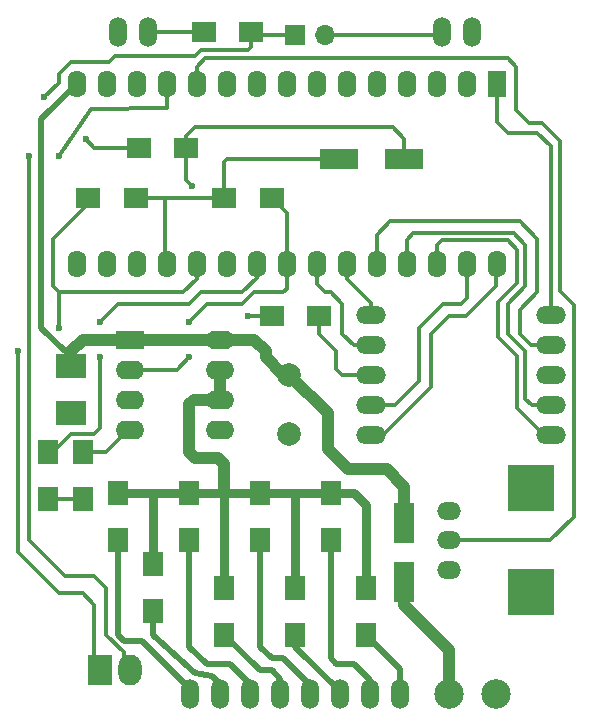
<source format=gbr>
G04 #@! TF.FileFunction,Copper,L1,Top,Signal*
%FSLAX46Y46*%
G04 Gerber Fmt 4.6, Leading zero omitted, Abs format (unit mm)*
G04 Created by KiCad (PCBNEW 4.0.4-stable) date 06/09/17 11:44:03*
%MOMM*%
%LPD*%
G01*
G04 APERTURE LIST*
%ADD10C,0.100000*%
%ADD11R,3.300000X1.700000*%
%ADD12C,2.000000*%
%ADD13O,2.524000X1.524000*%
%ADD14R,2.000000X2.600000*%
%ADD15O,2.000000X2.600000*%
%ADD16R,2.400000X1.600000*%
%ADD17O,2.400000X1.600000*%
%ADD18O,1.520000X2.520000*%
%ADD19O,2.000000X1.524000*%
%ADD20R,4.000000X4.000000*%
%ADD21R,2.000000X1.700000*%
%ADD22R,1.700000X2.000000*%
%ADD23R,1.574800X2.286000*%
%ADD24O,1.574800X2.286000*%
%ADD25C,2.499360*%
%ADD26R,2.500000X2.000000*%
%ADD27R,1.800000X3.500000*%
%ADD28R,1.700000X1.700000*%
%ADD29O,1.700000X1.700000*%
%ADD30C,0.600000*%
%ADD31C,1.000000*%
%ADD32C,0.500000*%
%ADD33C,0.350000*%
%ADD34C,0.750000*%
G04 APERTURE END LIST*
D10*
D11*
X104250000Y-82750000D03*
X98750000Y-82750000D03*
D12*
X94500000Y-101000000D03*
X94500000Y-106000000D03*
D13*
X116620000Y-106080000D03*
X116620000Y-103540000D03*
X116620000Y-101000000D03*
X116620000Y-98460000D03*
X116620000Y-95920000D03*
X101380000Y-95920000D03*
X101380000Y-98460000D03*
X101380000Y-101000000D03*
X101380000Y-103540000D03*
X101380000Y-106080000D03*
D14*
X78500000Y-126000000D03*
D15*
X81040000Y-126000000D03*
D16*
X81000000Y-98000000D03*
D17*
X88620000Y-105620000D03*
X81000000Y-100540000D03*
X88620000Y-103080000D03*
X81000000Y-103080000D03*
X88620000Y-100540000D03*
X81000000Y-105620000D03*
X88620000Y-98000000D03*
D18*
X80000000Y-72000000D03*
X82540000Y-72000000D03*
X110000000Y-72000000D03*
X107460000Y-72000000D03*
D19*
X108000000Y-112500000D03*
X108000000Y-115000000D03*
X108000000Y-117500000D03*
D20*
X115000000Y-119400000D03*
X115000000Y-110600000D03*
D21*
X89000000Y-86000000D03*
X93000000Y-86000000D03*
D22*
X80000000Y-115000000D03*
X80000000Y-111000000D03*
X83000000Y-121000000D03*
X83000000Y-117000000D03*
X86000000Y-115000000D03*
X86000000Y-111000000D03*
X89000000Y-123000000D03*
X89000000Y-119000000D03*
X92000000Y-115000000D03*
X92000000Y-111000000D03*
X95000000Y-123000000D03*
X95000000Y-119000000D03*
X98000000Y-115000000D03*
X98000000Y-111000000D03*
X101000000Y-123000000D03*
X101000000Y-119000000D03*
D21*
X93000000Y-96000000D03*
X97000000Y-96000000D03*
D22*
X74100000Y-111500000D03*
X74100000Y-107500000D03*
D21*
X81500000Y-86000000D03*
X77500000Y-86000000D03*
D23*
X112050000Y-76380000D03*
D24*
X109510000Y-76380000D03*
X106970000Y-76380000D03*
X104430000Y-76380000D03*
X101890000Y-76380000D03*
X99350000Y-76380000D03*
X96810000Y-76380000D03*
X94270000Y-76380000D03*
X91730000Y-76380000D03*
X89190000Y-76380000D03*
X86650000Y-76380000D03*
X84110000Y-76380000D03*
X81570000Y-76380000D03*
X79030000Y-76380000D03*
X76490000Y-76380000D03*
X76490000Y-91620000D03*
X79030000Y-91620000D03*
X81570000Y-91620000D03*
X84110000Y-91620000D03*
X86650000Y-91620000D03*
X89190000Y-91620000D03*
X91730000Y-91620000D03*
X94270000Y-91620000D03*
X96810000Y-91620000D03*
X99350000Y-91620000D03*
X101890000Y-91620000D03*
X104430000Y-91620000D03*
X106970000Y-91620000D03*
X109510000Y-91620000D03*
X112050000Y-91620000D03*
D25*
X112000000Y-128000000D03*
X108000000Y-128000000D03*
D18*
X86100000Y-128000000D03*
X88640000Y-128000000D03*
X91180000Y-128000000D03*
X93720000Y-128000000D03*
X96260000Y-128000000D03*
X98800000Y-128000000D03*
X101340000Y-128000000D03*
X103880000Y-128000000D03*
D22*
X77000000Y-107500000D03*
X77000000Y-111500000D03*
D26*
X76000000Y-100250000D03*
X76000000Y-104250000D03*
D27*
X104250000Y-113500000D03*
X104250000Y-118500000D03*
D28*
X95000000Y-72250000D03*
D29*
X97540000Y-72250000D03*
D21*
X81750000Y-81750000D03*
X85750000Y-81750000D03*
X91250000Y-72000000D03*
X87250000Y-72000000D03*
D30*
X76700000Y-104300000D03*
X75300000Y-104300000D03*
X91000000Y-96000000D03*
X71500000Y-99000000D03*
X75000000Y-97000000D03*
X72500000Y-82500000D03*
X75000000Y-82500000D03*
X86000000Y-96500000D03*
X86000000Y-99500000D03*
X78500000Y-96500000D03*
X78500000Y-99500000D03*
X73750000Y-77500000D03*
X77250000Y-81000000D03*
X86250000Y-85000000D03*
D31*
X104250000Y-113500000D02*
X104250000Y-110500000D01*
X97750000Y-104250000D02*
X94500000Y-101000000D01*
X97750000Y-107250000D02*
X97750000Y-104250000D01*
X99500000Y-109000000D02*
X97750000Y-107250000D01*
X102750000Y-109000000D02*
X99500000Y-109000000D01*
X104250000Y-110500000D02*
X102750000Y-109000000D01*
X104500000Y-113250000D02*
X104250000Y-113500000D01*
X76000000Y-99000000D02*
X76000000Y-100250000D01*
X76000000Y-100500000D02*
X76000000Y-99000000D01*
X81000000Y-98000000D02*
X77000000Y-98000000D01*
X77000000Y-98000000D02*
X76000000Y-99000000D01*
X88620000Y-98000000D02*
X81000000Y-98000000D01*
X95000000Y-101000000D02*
X94000000Y-101000000D01*
X94000000Y-101000000D02*
X92500000Y-99500000D01*
X91500000Y-98000000D02*
X88620000Y-98000000D01*
X92500000Y-99000000D02*
X91500000Y-98000000D01*
X92500000Y-99500000D02*
X92500000Y-99000000D01*
D32*
X76000000Y-99000000D02*
X75500000Y-99000000D01*
X75500000Y-99000000D02*
X73500000Y-97000000D01*
X73500000Y-79370000D02*
X76490000Y-76380000D01*
X73500000Y-97000000D02*
X73500000Y-79370000D01*
D33*
X98750000Y-82750000D02*
X89250000Y-82750000D01*
X89000000Y-83000000D02*
X89000000Y-86000000D01*
X89250000Y-82750000D02*
X89000000Y-83000000D01*
X87250000Y-72000000D02*
X82540000Y-72000000D01*
D31*
X76700000Y-104300000D02*
X76650000Y-104250000D01*
X76650000Y-104250000D02*
X76500000Y-104250000D01*
D33*
X81000000Y-105620000D02*
X80880000Y-105620000D01*
X80880000Y-105620000D02*
X79000000Y-107500000D01*
X79000000Y-107500000D02*
X77000000Y-107500000D01*
X93000000Y-96000000D02*
X91000000Y-96000000D01*
X84000000Y-86000000D02*
X84000000Y-91510000D01*
X84000000Y-91510000D02*
X84110000Y-91620000D01*
X81500000Y-86000000D02*
X84000000Y-86000000D01*
X84000000Y-86000000D02*
X89000000Y-86000000D01*
D31*
X104250000Y-118500000D02*
X104250000Y-120500000D01*
X108000000Y-124250000D02*
X108000000Y-128000000D01*
X104250000Y-120500000D02*
X108000000Y-124250000D01*
D33*
X77000000Y-111500000D02*
X74100000Y-111500000D01*
X76650000Y-111500000D02*
X77000000Y-111150000D01*
X116620000Y-106080000D02*
X116080000Y-106080000D01*
X116080000Y-106080000D02*
X113800000Y-103800000D01*
X113800000Y-103800000D02*
X113800000Y-99400000D01*
X113800000Y-99400000D02*
X112200000Y-97800000D01*
X112200000Y-97800000D02*
X112200000Y-94800000D01*
X112200000Y-94800000D02*
X113800000Y-93200000D01*
X113800000Y-93200000D02*
X113800000Y-90400000D01*
X113800000Y-90400000D02*
X113000000Y-89600000D01*
X113000000Y-89600000D02*
X107400000Y-89600000D01*
X107400000Y-89600000D02*
X106970000Y-90030000D01*
X106970000Y-90030000D02*
X106970000Y-91620000D01*
X116620000Y-103540000D02*
X115040000Y-103540000D01*
X104430000Y-89570000D02*
X104430000Y-91620000D01*
X105000000Y-89000000D02*
X104430000Y-89570000D01*
X113500000Y-89000000D02*
X105000000Y-89000000D01*
X114500000Y-90000000D02*
X113500000Y-89000000D01*
X114500000Y-93500000D02*
X114500000Y-90000000D01*
X113000000Y-95000000D02*
X114500000Y-93500000D01*
X113000000Y-97500000D02*
X113000000Y-95000000D01*
X114500000Y-99000000D02*
X113000000Y-97500000D01*
X114500000Y-103000000D02*
X114500000Y-99000000D01*
X115040000Y-103540000D02*
X114500000Y-103000000D01*
X97000000Y-96000000D02*
X97000000Y-97500000D01*
X99000000Y-101000000D02*
X101380000Y-101000000D01*
X98500000Y-100500000D02*
X99000000Y-101000000D01*
X98500000Y-99000000D02*
X98500000Y-100500000D01*
X97000000Y-97500000D02*
X98500000Y-99000000D01*
X116620000Y-98460000D02*
X114960000Y-98460000D01*
X101890000Y-89110000D02*
X101890000Y-91620000D01*
X103000000Y-88000000D02*
X101890000Y-89110000D01*
X114000000Y-88000000D02*
X103000000Y-88000000D01*
X115500000Y-89500000D02*
X114000000Y-88000000D01*
X115500000Y-94000000D02*
X115500000Y-89500000D01*
X114000000Y-95500000D02*
X115500000Y-94000000D01*
X114000000Y-97500000D02*
X114000000Y-95500000D01*
X114960000Y-98460000D02*
X114000000Y-97500000D01*
X116620000Y-95920000D02*
X116620000Y-81620000D01*
X112050000Y-79550000D02*
X112050000Y-76380000D01*
X113000000Y-80500000D02*
X112050000Y-79550000D01*
X115500000Y-80500000D02*
X113000000Y-80500000D01*
X116620000Y-81620000D02*
X115500000Y-80500000D01*
X101380000Y-95920000D02*
X101380000Y-94880000D01*
X99350000Y-92850000D02*
X99350000Y-91620000D01*
X101380000Y-94880000D02*
X99350000Y-92850000D01*
X101380000Y-98460000D02*
X99960000Y-98460000D01*
X96810000Y-93310000D02*
X96810000Y-91620000D01*
X97500000Y-94000000D02*
X96810000Y-93310000D01*
X98000000Y-94000000D02*
X97500000Y-94000000D01*
X99000000Y-95000000D02*
X98000000Y-94000000D01*
X99000000Y-97500000D02*
X99000000Y-95000000D01*
X99960000Y-98460000D02*
X99000000Y-97500000D01*
X101380000Y-103540000D02*
X103460000Y-103540000D01*
X109510000Y-94490000D02*
X109510000Y-91620000D01*
X109000000Y-95000000D02*
X109510000Y-94490000D01*
X107500000Y-95000000D02*
X109000000Y-95000000D01*
X105500000Y-97000000D02*
X107500000Y-95000000D01*
X105500000Y-101500000D02*
X105500000Y-97000000D01*
X103460000Y-103540000D02*
X105500000Y-101500000D01*
X101380000Y-106080000D02*
X102420000Y-106080000D01*
X102420000Y-106080000D02*
X106500000Y-102000000D01*
X106500000Y-102000000D02*
X106500000Y-97500000D01*
X106500000Y-97500000D02*
X108000000Y-96000000D01*
X108000000Y-96000000D02*
X109500000Y-96000000D01*
X109500000Y-96000000D02*
X111000000Y-94500000D01*
X111000000Y-94500000D02*
X112000000Y-93500000D01*
X112000000Y-93500000D02*
X112000000Y-91670000D01*
X112000000Y-91670000D02*
X112050000Y-91620000D01*
X75000000Y-94000000D02*
X75000000Y-97000000D01*
X78000000Y-120500000D02*
X78000000Y-126000000D01*
X77000000Y-119500000D02*
X78000000Y-120500000D01*
X75000000Y-119500000D02*
X77000000Y-119500000D01*
X71500000Y-116000000D02*
X75000000Y-119500000D01*
X71500000Y-99000000D02*
X71500000Y-116000000D01*
X77500000Y-86000000D02*
X77500000Y-86500000D01*
X77500000Y-86500000D02*
X74500000Y-89500000D01*
X74500000Y-89500000D02*
X74500000Y-93500000D01*
X74500000Y-93500000D02*
X75000000Y-94000000D01*
X75000000Y-94000000D02*
X85500000Y-94000000D01*
X85500000Y-94000000D02*
X86650000Y-92850000D01*
X86650000Y-92850000D02*
X86650000Y-91620000D01*
X84110000Y-76380000D02*
X84110000Y-78390000D01*
X79000000Y-123000000D02*
X80500000Y-124500000D01*
X79000000Y-119000000D02*
X79000000Y-123000000D01*
X78000000Y-118000000D02*
X79000000Y-119000000D01*
X75500000Y-118000000D02*
X78000000Y-118000000D01*
X72500000Y-115000000D02*
X75500000Y-118000000D01*
X72500000Y-83000000D02*
X72500000Y-115000000D01*
X72500000Y-82500000D02*
X72500000Y-83000000D01*
X77750000Y-78500000D02*
X75000000Y-82500000D01*
X84110000Y-78390000D02*
X77750000Y-78500000D01*
X80500000Y-124500000D02*
X80540000Y-126000000D01*
X84110000Y-76380000D02*
X84110000Y-75610000D01*
D32*
X86100000Y-128000000D02*
X86100000Y-127600000D01*
X86100000Y-127600000D02*
X82000000Y-123500000D01*
X82000000Y-123500000D02*
X80500000Y-123500000D01*
X80500000Y-123500000D02*
X80000000Y-123000000D01*
X80000000Y-123000000D02*
X80000000Y-115000000D01*
X83000000Y-121000000D02*
X83000000Y-123000000D01*
X88640000Y-127140000D02*
X88640000Y-128000000D01*
X86500000Y-126250000D02*
X83000000Y-123000000D01*
X88000000Y-126500000D02*
X86500000Y-126250000D01*
X88640000Y-127140000D02*
X88000000Y-126500000D01*
X91180000Y-128000000D02*
X91180000Y-127180000D01*
X91180000Y-127180000D02*
X89500000Y-125500000D01*
X89500000Y-125500000D02*
X87500000Y-125500000D01*
X87500000Y-125500000D02*
X86000000Y-124000000D01*
X86000000Y-124000000D02*
X86000000Y-115000000D01*
X93720000Y-128000000D02*
X93720000Y-126720000D01*
X92000000Y-126000000D02*
X89000000Y-123000000D01*
X93000000Y-126000000D02*
X92000000Y-126000000D01*
X93720000Y-126720000D02*
X93000000Y-126000000D01*
X96260000Y-128000000D02*
X96260000Y-127260000D01*
X96260000Y-127260000D02*
X94000000Y-125000000D01*
X94000000Y-125000000D02*
X93000000Y-125000000D01*
X93000000Y-125000000D02*
X92000000Y-124000000D01*
X92000000Y-124000000D02*
X92000000Y-115000000D01*
X95000000Y-123000000D02*
X95000000Y-124000000D01*
X95000000Y-124000000D02*
X98800000Y-127800000D01*
X98800000Y-127800000D02*
X98800000Y-128000000D01*
X101340000Y-128000000D02*
X101340000Y-126840000D01*
X98000000Y-125000000D02*
X98000000Y-115000000D01*
X98500000Y-125500000D02*
X98000000Y-125000000D01*
X100000000Y-125500000D02*
X98500000Y-125500000D01*
X101340000Y-126840000D02*
X100000000Y-125500000D01*
X103880000Y-128000000D02*
X103880000Y-125880000D01*
X103880000Y-125880000D02*
X101000000Y-123000000D01*
D33*
X81000000Y-100540000D02*
X84960000Y-100540000D01*
X94270000Y-93730000D02*
X94270000Y-91620000D01*
X94000000Y-94000000D02*
X94270000Y-93730000D01*
X91500000Y-94000000D02*
X94000000Y-94000000D01*
X90500000Y-95000000D02*
X91500000Y-94000000D01*
X87500000Y-95000000D02*
X90500000Y-95000000D01*
X86000000Y-96500000D02*
X87500000Y-95000000D01*
X84960000Y-100540000D02*
X86000000Y-99500000D01*
X94270000Y-91620000D02*
X94270000Y-87270000D01*
X94270000Y-87270000D02*
X93000000Y-86000000D01*
D31*
X88620000Y-103080000D02*
X86420000Y-103080000D01*
X89000000Y-108500000D02*
X89000000Y-111000000D01*
X88500000Y-108000000D02*
X89000000Y-108500000D01*
X86500000Y-108000000D02*
X88500000Y-108000000D01*
X86000000Y-107500000D02*
X86500000Y-108000000D01*
X86000000Y-103500000D02*
X86000000Y-107500000D01*
X86420000Y-103080000D02*
X86000000Y-103500000D01*
X88620000Y-100540000D02*
X88620000Y-103080000D01*
X88620000Y-103080000D02*
X88540000Y-103000000D01*
D34*
X83000000Y-111000000D02*
X80000000Y-111000000D01*
X98000000Y-111000000D02*
X100000000Y-111000000D01*
X101000000Y-112000000D02*
X101000000Y-119000000D01*
X100000000Y-111000000D02*
X101000000Y-112000000D01*
X95000000Y-111000000D02*
X95000000Y-119000000D01*
X83000000Y-117000000D02*
X83000000Y-111000000D01*
X89000000Y-111000000D02*
X89000000Y-119000000D01*
X86000000Y-111000000D02*
X83000000Y-111000000D01*
X92000000Y-111000000D02*
X95000000Y-111000000D01*
X95000000Y-111000000D02*
X98000000Y-111000000D01*
X86000000Y-111000000D02*
X89000000Y-111000000D01*
X89000000Y-111000000D02*
X92000000Y-111000000D01*
X85500000Y-110500000D02*
X86000000Y-111000000D01*
D33*
X74500000Y-107500000D02*
X76000000Y-106000000D01*
X91730000Y-92770000D02*
X91730000Y-91620000D01*
X90500000Y-94000000D02*
X91730000Y-92770000D01*
X87000000Y-94000000D02*
X90500000Y-94000000D01*
X86000000Y-95000000D02*
X87000000Y-94000000D01*
X80000000Y-95000000D02*
X86000000Y-95000000D01*
X78500000Y-96500000D02*
X80000000Y-95000000D01*
X78500000Y-105500000D02*
X78500000Y-99500000D01*
X78000000Y-106000000D02*
X78500000Y-105500000D01*
X76000000Y-106000000D02*
X78000000Y-106000000D01*
X108000000Y-115000000D02*
X116600000Y-115000000D01*
X86650000Y-74950000D02*
X86650000Y-76380000D01*
X87400000Y-74200000D02*
X86650000Y-74950000D01*
X113000000Y-74200000D02*
X87400000Y-74200000D01*
X113700000Y-74900000D02*
X113000000Y-74200000D01*
X113700000Y-78600000D02*
X113700000Y-74900000D01*
X114800000Y-79700000D02*
X113700000Y-78600000D01*
X115900000Y-79700000D02*
X114800000Y-79700000D01*
X117400000Y-81200000D02*
X115900000Y-79700000D01*
X117400000Y-93900000D02*
X117400000Y-81200000D01*
X118600000Y-95100000D02*
X117400000Y-93900000D01*
X118600000Y-113000000D02*
X118600000Y-95100000D01*
X116600000Y-115000000D02*
X118600000Y-113000000D01*
X104430000Y-76380000D02*
X104430000Y-75570000D01*
X81750000Y-81750000D02*
X78000000Y-81750000D01*
X91250000Y-73250000D02*
X91250000Y-72000000D01*
X91000000Y-73500000D02*
X91250000Y-73250000D01*
X87000000Y-73500000D02*
X91000000Y-73500000D01*
X86500000Y-74000000D02*
X87000000Y-73500000D01*
X79750000Y-74000000D02*
X86500000Y-74000000D01*
X79250000Y-74500000D02*
X79750000Y-74000000D01*
X76000000Y-74500000D02*
X79250000Y-74500000D01*
X75000000Y-75500000D02*
X76000000Y-74500000D01*
X75000000Y-76250000D02*
X75000000Y-75500000D01*
X73750000Y-77500000D02*
X75000000Y-76250000D01*
X78000000Y-81750000D02*
X77250000Y-81000000D01*
X95000000Y-72250000D02*
X91500000Y-72250000D01*
X91500000Y-72250000D02*
X91250000Y-72000000D01*
X97540000Y-72250000D02*
X107210000Y-72250000D01*
X107210000Y-72250000D02*
X107460000Y-72000000D01*
X104250000Y-82750000D02*
X104250000Y-81000000D01*
X85750000Y-80750000D02*
X85750000Y-81750000D01*
X86500000Y-80000000D02*
X85750000Y-80750000D01*
X103250000Y-80000000D02*
X86500000Y-80000000D01*
X104250000Y-81000000D02*
X103250000Y-80000000D01*
X85750000Y-84500000D02*
X86250000Y-85000000D01*
X85750000Y-81750000D02*
X85750000Y-84500000D01*
M02*

</source>
